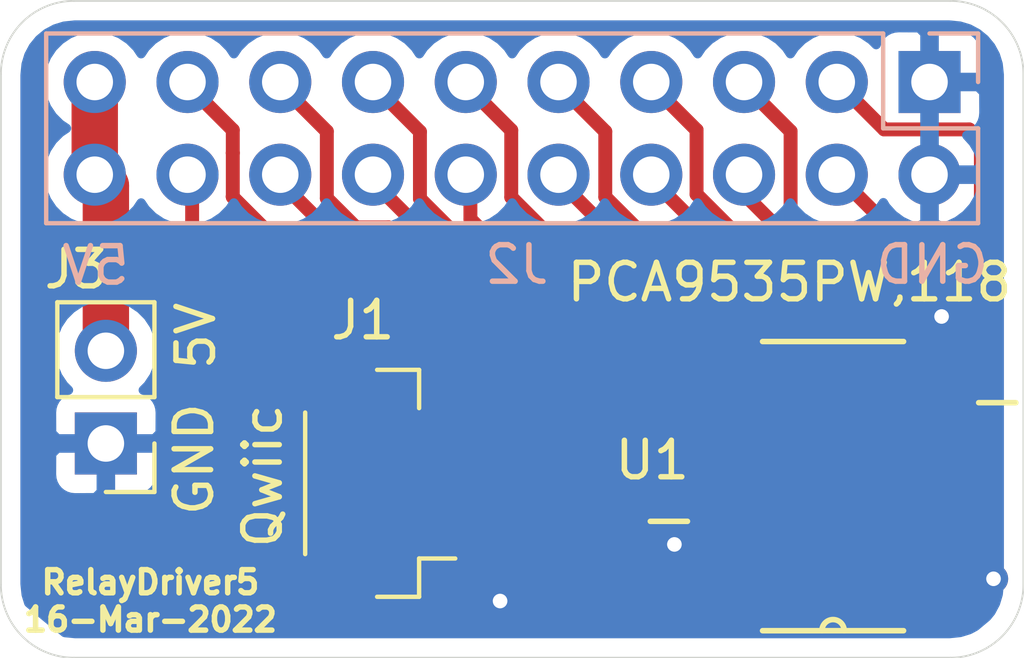
<source format=kicad_pcb>
(kicad_pcb (version 20171130) (host pcbnew "(5.1.12)-1")

  (general
    (thickness 1.6)
    (drawings 13)
    (tracks 133)
    (zones 0)
    (modules 4)
    (nets 23)
  )

  (page A4)
  (layers
    (0 F.Cu signal)
    (31 B.Cu signal)
    (32 B.Adhes user)
    (33 F.Adhes user)
    (34 B.Paste user)
    (35 F.Paste user)
    (36 B.SilkS user)
    (37 F.SilkS user)
    (38 B.Mask user)
    (39 F.Mask user)
    (40 Dwgs.User user)
    (41 Cmts.User user)
    (42 Eco1.User user)
    (43 Eco2.User user)
    (44 Edge.Cuts user)
    (45 Margin user)
    (46 B.CrtYd user)
    (47 F.CrtYd user)
    (48 B.Fab user)
    (49 F.Fab user)
  )

  (setup
    (last_trace_width 0.381)
    (user_trace_width 1.27)
    (trace_clearance 0.2)
    (zone_clearance 0.508)
    (zone_45_only no)
    (trace_min 0.2)
    (via_size 0.8)
    (via_drill 0.4)
    (via_min_size 0.4)
    (via_min_drill 0.3)
    (uvia_size 0.3)
    (uvia_drill 0.1)
    (uvias_allowed no)
    (uvia_min_size 0.2)
    (uvia_min_drill 0.1)
    (edge_width 0.05)
    (segment_width 0.2)
    (pcb_text_width 0.3)
    (pcb_text_size 1.5 1.5)
    (mod_edge_width 0.12)
    (mod_text_size 1 1)
    (mod_text_width 0.15)
    (pad_size 1.524 1.524)
    (pad_drill 0.762)
    (pad_to_mask_clearance 0)
    (aux_axis_origin 0 0)
    (visible_elements 7FFFFFFF)
    (pcbplotparams
      (layerselection 0x010fc_ffffffff)
      (usegerberextensions false)
      (usegerberattributes true)
      (usegerberadvancedattributes true)
      (creategerberjobfile true)
      (excludeedgelayer true)
      (linewidth 0.100000)
      (plotframeref false)
      (viasonmask false)
      (mode 1)
      (useauxorigin false)
      (hpglpennumber 1)
      (hpglpenspeed 20)
      (hpglpendiameter 15.000000)
      (psnegative false)
      (psa4output false)
      (plotreference true)
      (plotvalue true)
      (plotinvisibletext false)
      (padsonsilk false)
      (subtractmaskfromsilk false)
      (outputformat 1)
      (mirror false)
      (drillshape 0)
      (scaleselection 1)
      (outputdirectory "fab/gerbers/"))
  )

  (net 0 "")
  (net 1 GND)
  (net 2 "Net-(J1-Pad4)")
  (net 3 "Net-(J1-Pad3)")
  (net 4 "Net-(J1-Pad2)")
  (net 5 "Net-(J2-Pad19)")
  (net 6 "Net-(J2-Pad18)")
  (net 7 "Net-(J2-Pad17)")
  (net 8 "Net-(J2-Pad16)")
  (net 9 "Net-(J2-Pad15)")
  (net 10 "Net-(J2-Pad14)")
  (net 11 "Net-(J2-Pad13)")
  (net 12 "Net-(J2-Pad12)")
  (net 13 "Net-(J2-Pad11)")
  (net 14 "Net-(J2-Pad10)")
  (net 15 "Net-(J2-Pad9)")
  (net 16 "Net-(J2-Pad8)")
  (net 17 "Net-(J2-Pad7)")
  (net 18 "Net-(J2-Pad6)")
  (net 19 "Net-(J2-Pad5)")
  (net 20 "Net-(J2-Pad4)")
  (net 21 "Net-(J2-Pad3)")
  (net 22 "Net-(U1-Pad1)")

  (net_class Default "This is the default net class."
    (clearance 0.2)
    (trace_width 0.381)
    (via_dia 0.8)
    (via_drill 0.4)
    (uvia_dia 0.3)
    (uvia_drill 0.1)
    (add_net GND)
    (add_net "Net-(J1-Pad2)")
    (add_net "Net-(J1-Pad3)")
    (add_net "Net-(J1-Pad4)")
    (add_net "Net-(J2-Pad10)")
    (add_net "Net-(J2-Pad11)")
    (add_net "Net-(J2-Pad12)")
    (add_net "Net-(J2-Pad13)")
    (add_net "Net-(J2-Pad14)")
    (add_net "Net-(J2-Pad15)")
    (add_net "Net-(J2-Pad16)")
    (add_net "Net-(J2-Pad17)")
    (add_net "Net-(J2-Pad18)")
    (add_net "Net-(J2-Pad19)")
    (add_net "Net-(J2-Pad3)")
    (add_net "Net-(J2-Pad4)")
    (add_net "Net-(J2-Pad5)")
    (add_net "Net-(J2-Pad6)")
    (add_net "Net-(J2-Pad7)")
    (add_net "Net-(J2-Pad8)")
    (add_net "Net-(J2-Pad9)")
    (add_net "Net-(U1-Pad1)")
  )

  (module Connector_PinHeader_2.54mm:PinHeader_1x02_P2.54mm_Vertical (layer F.Cu) (tedit 59FED5CC) (tstamp 623355E0)
    (at 61.8744 62.1284 180)
    (descr "Through hole straight pin header, 1x02, 2.54mm pitch, single row")
    (tags "Through hole pin header THT 1x02 2.54mm single row")
    (path /6245ABA3)
    (fp_text reference J3 (at 0.8128 4.7752) (layer F.SilkS)
      (effects (font (size 1 1) (thickness 0.15)))
    )
    (fp_text value " " (at -4.064 -1.5494 90) (layer F.Fab) hide
      (effects (font (size 1 1) (thickness 0.15)))
    )
    (fp_line (start 1.8 -1.8) (end -1.8 -1.8) (layer F.CrtYd) (width 0.05))
    (fp_line (start 1.8 4.35) (end 1.8 -1.8) (layer F.CrtYd) (width 0.05))
    (fp_line (start -1.8 4.35) (end 1.8 4.35) (layer F.CrtYd) (width 0.05))
    (fp_line (start -1.8 -1.8) (end -1.8 4.35) (layer F.CrtYd) (width 0.05))
    (fp_line (start -1.33 -1.33) (end 0 -1.33) (layer F.SilkS) (width 0.12))
    (fp_line (start -1.33 0) (end -1.33 -1.33) (layer F.SilkS) (width 0.12))
    (fp_line (start -1.33 1.27) (end 1.33 1.27) (layer F.SilkS) (width 0.12))
    (fp_line (start 1.33 1.27) (end 1.33 3.87) (layer F.SilkS) (width 0.12))
    (fp_line (start -1.33 1.27) (end -1.33 3.87) (layer F.SilkS) (width 0.12))
    (fp_line (start -1.33 3.87) (end 1.33 3.87) (layer F.SilkS) (width 0.12))
    (fp_line (start -1.27 -0.635) (end -0.635 -1.27) (layer F.Fab) (width 0.1))
    (fp_line (start -1.27 3.81) (end -1.27 -0.635) (layer F.Fab) (width 0.1))
    (fp_line (start 1.27 3.81) (end -1.27 3.81) (layer F.Fab) (width 0.1))
    (fp_line (start 1.27 -1.27) (end 1.27 3.81) (layer F.Fab) (width 0.1))
    (fp_line (start -0.635 -1.27) (end 1.27 -1.27) (layer F.Fab) (width 0.1))
    (fp_text user %R (at 0 1.27 90) (layer F.Fab)
      (effects (font (size 1 1) (thickness 0.15)))
    )
    (pad 2 thru_hole oval (at 0 2.54 180) (size 1.7 1.7) (drill 1) (layers *.Cu *.Mask)
      (net 5 "Net-(J2-Pad19)"))
    (pad 1 thru_hole rect (at 0 0 180) (size 1.7 1.7) (drill 1) (layers *.Cu *.Mask)
      (net 1 GND))
    (model ${KISYS3DMOD}/Connector_PinHeader_2.54mm.3dshapes/PinHeader_1x02_P2.54mm_Vertical.wrl
      (at (xyz 0 0 0))
      (scale (xyz 1 1 1))
      (rotate (xyz 0 0 0))
    )
  )

  (module MyFootprints:SOP65P640X110-24N (layer F.Cu) (tedit 623264C3) (tstamp 623325B4)
    (at 81.788 63.2968 180)
    (path /62332435)
    (fp_text reference U1 (at 4.953 0.7112) (layer F.SilkS)
      (effects (font (size 1 1) (thickness 0.15)))
    )
    (fp_text value PCA9535PW,118 (at 1.1938 5.588) (layer F.SilkS)
      (effects (font (size 1 1) (thickness 0.15)))
    )
    (fp_line (start -2.2606 -3.9624) (end -2.2606 3.9624) (layer F.Fab) (width 0.1))
    (fp_line (start -0.3048 -3.9624) (end -2.2606 -3.9624) (layer F.Fab) (width 0.1))
    (fp_line (start 0.3048 -3.9624) (end -0.3048 -3.9624) (layer F.Fab) (width 0.1))
    (fp_line (start 2.2606 -3.9624) (end 0.3048 -3.9624) (layer F.Fab) (width 0.1))
    (fp_line (start 2.2606 3.9624) (end 2.2606 -3.9624) (layer F.Fab) (width 0.1))
    (fp_line (start -2.2606 3.9624) (end 2.2606 3.9624) (layer F.Fab) (width 0.1))
    (fp_line (start 3.302 -3.7338) (end 2.2606 -3.7338) (layer F.Fab) (width 0.1))
    (fp_line (start 3.302 -3.429) (end 3.302 -3.7338) (layer F.Fab) (width 0.1))
    (fp_line (start 2.2606 -3.429) (end 3.302 -3.429) (layer F.Fab) (width 0.1))
    (fp_line (start 2.2606 -3.7338) (end 2.2606 -3.429) (layer F.Fab) (width 0.1))
    (fp_line (start 3.302 -3.0734) (end 2.2606 -3.0734) (layer F.Fab) (width 0.1))
    (fp_line (start 3.302 -2.7686) (end 3.302 -3.0734) (layer F.Fab) (width 0.1))
    (fp_line (start 2.2606 -2.7686) (end 3.302 -2.7686) (layer F.Fab) (width 0.1))
    (fp_line (start 2.2606 -3.0734) (end 2.2606 -2.7686) (layer F.Fab) (width 0.1))
    (fp_line (start 3.302 -2.4384) (end 2.2606 -2.4384) (layer F.Fab) (width 0.1))
    (fp_line (start 3.302 -2.1336) (end 3.302 -2.4384) (layer F.Fab) (width 0.1))
    (fp_line (start 2.2606 -2.1336) (end 3.302 -2.1336) (layer F.Fab) (width 0.1))
    (fp_line (start 2.2606 -2.4384) (end 2.2606 -2.1336) (layer F.Fab) (width 0.1))
    (fp_line (start 3.302 -1.778) (end 2.2606 -1.778) (layer F.Fab) (width 0.1))
    (fp_line (start 3.302 -1.4732) (end 3.302 -1.778) (layer F.Fab) (width 0.1))
    (fp_line (start 2.2606 -1.4732) (end 3.302 -1.4732) (layer F.Fab) (width 0.1))
    (fp_line (start 2.2606 -1.778) (end 2.2606 -1.4732) (layer F.Fab) (width 0.1))
    (fp_line (start 3.302 -1.1176) (end 2.2606 -1.1176) (layer F.Fab) (width 0.1))
    (fp_line (start 3.302 -0.8128) (end 3.302 -1.1176) (layer F.Fab) (width 0.1))
    (fp_line (start 2.2606 -0.8128) (end 3.302 -0.8128) (layer F.Fab) (width 0.1))
    (fp_line (start 2.2606 -1.1176) (end 2.2606 -0.8128) (layer F.Fab) (width 0.1))
    (fp_line (start 3.302 -0.4826) (end 2.2606 -0.4826) (layer F.Fab) (width 0.1))
    (fp_line (start 3.302 -0.1778) (end 3.302 -0.4826) (layer F.Fab) (width 0.1))
    (fp_line (start 2.2606 -0.1778) (end 3.302 -0.1778) (layer F.Fab) (width 0.1))
    (fp_line (start 2.2606 -0.4826) (end 2.2606 -0.1778) (layer F.Fab) (width 0.1))
    (fp_line (start 3.302 0.1778) (end 2.2606 0.1778) (layer F.Fab) (width 0.1))
    (fp_line (start 3.302 0.4826) (end 3.302 0.1778) (layer F.Fab) (width 0.1))
    (fp_line (start 2.2606 0.4826) (end 3.302 0.4826) (layer F.Fab) (width 0.1))
    (fp_line (start 2.2606 0.1778) (end 2.2606 0.4826) (layer F.Fab) (width 0.1))
    (fp_line (start 3.302 0.8128) (end 2.2606 0.8128) (layer F.Fab) (width 0.1))
    (fp_line (start 3.302 1.1176) (end 3.302 0.8128) (layer F.Fab) (width 0.1))
    (fp_line (start 2.2606 1.1176) (end 3.302 1.1176) (layer F.Fab) (width 0.1))
    (fp_line (start 2.2606 0.8128) (end 2.2606 1.1176) (layer F.Fab) (width 0.1))
    (fp_line (start 3.302 1.4732) (end 2.2606 1.4732) (layer F.Fab) (width 0.1))
    (fp_line (start 3.302 1.778) (end 3.302 1.4732) (layer F.Fab) (width 0.1))
    (fp_line (start 2.2606 1.778) (end 3.302 1.778) (layer F.Fab) (width 0.1))
    (fp_line (start 2.2606 1.4732) (end 2.2606 1.778) (layer F.Fab) (width 0.1))
    (fp_line (start 3.302 2.1336) (end 2.2606 2.1336) (layer F.Fab) (width 0.1))
    (fp_line (start 3.302 2.4384) (end 3.302 2.1336) (layer F.Fab) (width 0.1))
    (fp_line (start 2.2606 2.4384) (end 3.302 2.4384) (layer F.Fab) (width 0.1))
    (fp_line (start 2.2606 2.1336) (end 2.2606 2.4384) (layer F.Fab) (width 0.1))
    (fp_line (start 3.302 2.7686) (end 2.2606 2.7686) (layer F.Fab) (width 0.1))
    (fp_line (start 3.302 3.0734) (end 3.302 2.7686) (layer F.Fab) (width 0.1))
    (fp_line (start 2.2606 3.0734) (end 3.302 3.0734) (layer F.Fab) (width 0.1))
    (fp_line (start 2.2606 2.7686) (end 2.2606 3.0734) (layer F.Fab) (width 0.1))
    (fp_line (start 3.302 3.429) (end 2.2606 3.429) (layer F.Fab) (width 0.1))
    (fp_line (start 3.302 3.7338) (end 3.302 3.429) (layer F.Fab) (width 0.1))
    (fp_line (start 2.2606 3.7338) (end 3.302 3.7338) (layer F.Fab) (width 0.1))
    (fp_line (start 2.2606 3.429) (end 2.2606 3.7338) (layer F.Fab) (width 0.1))
    (fp_line (start -3.302 3.7338) (end -2.2606 3.7338) (layer F.Fab) (width 0.1))
    (fp_line (start -3.302 3.429) (end -3.302 3.7338) (layer F.Fab) (width 0.1))
    (fp_line (start -2.2606 3.429) (end -3.302 3.429) (layer F.Fab) (width 0.1))
    (fp_line (start -2.2606 3.7338) (end -2.2606 3.429) (layer F.Fab) (width 0.1))
    (fp_line (start -3.302 3.0734) (end -2.2606 3.0734) (layer F.Fab) (width 0.1))
    (fp_line (start -3.302 2.7686) (end -3.302 3.0734) (layer F.Fab) (width 0.1))
    (fp_line (start -2.2606 2.7686) (end -3.302 2.7686) (layer F.Fab) (width 0.1))
    (fp_line (start -2.2606 3.0734) (end -2.2606 2.7686) (layer F.Fab) (width 0.1))
    (fp_line (start -3.302 2.4384) (end -2.2606 2.4384) (layer F.Fab) (width 0.1))
    (fp_line (start -3.302 2.1336) (end -3.302 2.4384) (layer F.Fab) (width 0.1))
    (fp_line (start -2.2606 2.1336) (end -3.302 2.1336) (layer F.Fab) (width 0.1))
    (fp_line (start -2.2606 2.4384) (end -2.2606 2.1336) (layer F.Fab) (width 0.1))
    (fp_line (start -3.302 1.778) (end -2.2606 1.778) (layer F.Fab) (width 0.1))
    (fp_line (start -3.302 1.4732) (end -3.302 1.778) (layer F.Fab) (width 0.1))
    (fp_line (start -2.2606 1.4732) (end -3.302 1.4732) (layer F.Fab) (width 0.1))
    (fp_line (start -2.2606 1.778) (end -2.2606 1.4732) (layer F.Fab) (width 0.1))
    (fp_line (start -3.302 1.1176) (end -2.2606 1.1176) (layer F.Fab) (width 0.1))
    (fp_line (start -3.302 0.8128) (end -3.302 1.1176) (layer F.Fab) (width 0.1))
    (fp_line (start -2.2606 0.8128) (end -3.302 0.8128) (layer F.Fab) (width 0.1))
    (fp_line (start -2.2606 1.1176) (end -2.2606 0.8128) (layer F.Fab) (width 0.1))
    (fp_line (start -3.302 0.4826) (end -2.2606 0.4826) (layer F.Fab) (width 0.1))
    (fp_line (start -3.302 0.1778) (end -3.302 0.4826) (layer F.Fab) (width 0.1))
    (fp_line (start -2.2606 0.1778) (end -3.302 0.1778) (layer F.Fab) (width 0.1))
    (fp_line (start -2.2606 0.4826) (end -2.2606 0.1778) (layer F.Fab) (width 0.1))
    (fp_line (start -3.302 -0.1778) (end -2.2606 -0.1778) (layer F.Fab) (width 0.1))
    (fp_line (start -3.302 -0.4826) (end -3.302 -0.1778) (layer F.Fab) (width 0.1))
    (fp_line (start -2.2606 -0.4826) (end -3.302 -0.4826) (layer F.Fab) (width 0.1))
    (fp_line (start -2.2606 -0.1778) (end -2.2606 -0.4826) (layer F.Fab) (width 0.1))
    (fp_line (start -3.302 -0.8128) (end -2.2606 -0.8128) (layer F.Fab) (width 0.1))
    (fp_line (start -3.302 -1.1176) (end -3.302 -0.8128) (layer F.Fab) (width 0.1))
    (fp_line (start -2.2606 -1.1176) (end -3.302 -1.1176) (layer F.Fab) (width 0.1))
    (fp_line (start -2.2606 -0.8128) (end -2.2606 -1.1176) (layer F.Fab) (width 0.1))
    (fp_line (start -3.302 -1.4732) (end -2.2606 -1.4732) (layer F.Fab) (width 0.1))
    (fp_line (start -3.302 -1.778) (end -3.302 -1.4732) (layer F.Fab) (width 0.1))
    (fp_line (start -2.2606 -1.778) (end -3.302 -1.778) (layer F.Fab) (width 0.1))
    (fp_line (start -2.2606 -1.4732) (end -2.2606 -1.778) (layer F.Fab) (width 0.1))
    (fp_line (start -3.302 -2.1336) (end -2.2606 -2.1336) (layer F.Fab) (width 0.1))
    (fp_line (start -3.302 -2.4384) (end -3.302 -2.1336) (layer F.Fab) (width 0.1))
    (fp_line (start -2.2606 -2.4384) (end -3.302 -2.4384) (layer F.Fab) (width 0.1))
    (fp_line (start -2.2606 -2.1336) (end -2.2606 -2.4384) (layer F.Fab) (width 0.1))
    (fp_line (start -3.302 -2.7686) (end -2.2606 -2.7686) (layer F.Fab) (width 0.1))
    (fp_line (start -3.302 -3.0734) (end -3.302 -2.7686) (layer F.Fab) (width 0.1))
    (fp_line (start -2.2606 -3.0734) (end -3.302 -3.0734) (layer F.Fab) (width 0.1))
    (fp_line (start -2.2606 -2.7686) (end -2.2606 -3.0734) (layer F.Fab) (width 0.1))
    (fp_line (start -3.302 -3.429) (end -2.2606 -3.429) (layer F.Fab) (width 0.1))
    (fp_line (start -3.302 -3.7338) (end -3.302 -3.429) (layer F.Fab) (width 0.1))
    (fp_line (start -2.2606 -3.7338) (end -3.302 -3.7338) (layer F.Fab) (width 0.1))
    (fp_line (start -2.2606 -3.429) (end -2.2606 -3.7338) (layer F.Fab) (width 0.1))
    (fp_line (start -0.3048 -3.9624) (end -1.9304 -3.9624) (layer F.SilkS) (width 0.1524))
    (fp_line (start 0.3048 -3.9624) (end -0.3048 -3.9624) (layer F.SilkS) (width 0.1524))
    (fp_line (start 1.9304 -3.9624) (end 0.3048 -3.9624) (layer F.SilkS) (width 0.1524))
    (fp_line (start -1.9304 3.9624) (end 1.9304 3.9624) (layer F.SilkS) (width 0.1524))
    (fp_line (start 3.9878 -0.9652) (end 5.0038 -0.9652) (layer F.SilkS) (width 0.1524))
    (fp_line (start -5.0038 2.286) (end -3.9878 2.286) (layer F.SilkS) (width 0.1524))
    (fp_arc (start 0 -3.9624) (end -0.3048 -3.9624) (angle -180) (layer F.Fab) (width 0.1))
    (fp_arc (start 0 -3.9624) (end -0.3048 -3.9624) (angle -180) (layer F.SilkS) (width 0.1524))
    (pad 24 smd rect (at 2.921 -3.5814 180) (size 1.4732 0.3556) (layers F.Cu F.Paste F.Mask)
      (net 4 "Net-(J1-Pad2)"))
    (pad 23 smd rect (at 2.921 -2.921 180) (size 1.4732 0.3556) (layers F.Cu F.Paste F.Mask)
      (net 3 "Net-(J1-Pad3)"))
    (pad 22 smd rect (at 2.921 -2.286 180) (size 1.4732 0.3556) (layers F.Cu F.Paste F.Mask)
      (net 2 "Net-(J1-Pad4)"))
    (pad 21 smd rect (at 2.921 -1.6256 180) (size 1.4732 0.3556) (layers F.Cu F.Paste F.Mask)
      (net 1 GND))
    (pad 20 smd rect (at 2.921 -0.9652 180) (size 1.4732 0.3556) (layers F.Cu F.Paste F.Mask)
      (net 6 "Net-(J2-Pad18)"))
    (pad 19 smd rect (at 2.921 -0.3302 180) (size 1.4732 0.3556) (layers F.Cu F.Paste F.Mask)
      (net 7 "Net-(J2-Pad17)"))
    (pad 18 smd rect (at 2.921 0.3302 180) (size 1.4732 0.3556) (layers F.Cu F.Paste F.Mask)
      (net 8 "Net-(J2-Pad16)"))
    (pad 17 smd rect (at 2.921 0.9652 180) (size 1.4732 0.3556) (layers F.Cu F.Paste F.Mask)
      (net 9 "Net-(J2-Pad15)"))
    (pad 16 smd rect (at 2.921 1.6256 180) (size 1.4732 0.3556) (layers F.Cu F.Paste F.Mask)
      (net 10 "Net-(J2-Pad14)"))
    (pad 15 smd rect (at 2.921 2.286 180) (size 1.4732 0.3556) (layers F.Cu F.Paste F.Mask)
      (net 11 "Net-(J2-Pad13)"))
    (pad 14 smd rect (at 2.921 2.921 180) (size 1.4732 0.3556) (layers F.Cu F.Paste F.Mask)
      (net 12 "Net-(J2-Pad12)"))
    (pad 13 smd rect (at 2.921 3.5814 180) (size 1.4732 0.3556) (layers F.Cu F.Paste F.Mask)
      (net 13 "Net-(J2-Pad11)"))
    (pad 12 smd rect (at -2.921 3.5814 180) (size 1.4732 0.3556) (layers F.Cu F.Paste F.Mask)
      (net 1 GND))
    (pad 11 smd rect (at -2.921 2.921 180) (size 1.4732 0.3556) (layers F.Cu F.Paste F.Mask)
      (net 21 "Net-(J2-Pad3)"))
    (pad 10 smd rect (at -2.921 2.286 180) (size 1.4732 0.3556) (layers F.Cu F.Paste F.Mask)
      (net 20 "Net-(J2-Pad4)"))
    (pad 9 smd rect (at -2.921 1.6256 180) (size 1.4732 0.3556) (layers F.Cu F.Paste F.Mask)
      (net 19 "Net-(J2-Pad5)"))
    (pad 8 smd rect (at -2.921 0.9652 180) (size 1.4732 0.3556) (layers F.Cu F.Paste F.Mask)
      (net 18 "Net-(J2-Pad6)"))
    (pad 7 smd rect (at -2.921 0.3302 180) (size 1.4732 0.3556) (layers F.Cu F.Paste F.Mask)
      (net 17 "Net-(J2-Pad7)"))
    (pad 6 smd rect (at -2.921 -0.3302 180) (size 1.4732 0.3556) (layers F.Cu F.Paste F.Mask)
      (net 16 "Net-(J2-Pad8)"))
    (pad 5 smd rect (at -2.921 -0.9652 180) (size 1.4732 0.3556) (layers F.Cu F.Paste F.Mask)
      (net 15 "Net-(J2-Pad9)"))
    (pad 4 smd rect (at -2.921 -1.6256 180) (size 1.4732 0.3556) (layers F.Cu F.Paste F.Mask)
      (net 14 "Net-(J2-Pad10)"))
    (pad 3 smd rect (at -2.921 -2.286 180) (size 1.4732 0.3556) (layers F.Cu F.Paste F.Mask)
      (net 1 GND))
    (pad 2 smd rect (at -2.921 -2.921 180) (size 1.4732 0.3556) (layers F.Cu F.Paste F.Mask)
      (net 1 GND))
    (pad 1 smd rect (at -2.921 -3.5814 180) (size 1.4732 0.3556) (layers F.Cu F.Paste F.Mask)
      (net 22 "Net-(U1-Pad1)"))
  )

  (module Connector_PinSocket_2.54mm:PinSocket_2x10_P2.54mm_Vertical (layer B.Cu) (tedit 5A19A427) (tstamp 6233251C)
    (at 84.4296 52.2224 90)
    (descr "Through hole straight socket strip, 2x10, 2.54mm pitch, double cols (from Kicad 4.0.7), script generated")
    (tags "Through hole socket strip THT 2x10 2.54mm double row")
    (path /623289FA)
    (fp_text reference J2 (at -5.0038 -11.303 -180) (layer B.SilkS)
      (effects (font (size 1 1) (thickness 0.15)) (justify mirror))
    )
    (fp_text value " " (at -1.27 -25.63 270) (layer B.Fab) hide
      (effects (font (size 1 1) (thickness 0.15)) (justify mirror))
    )
    (fp_line (start -4.34 -24.6) (end -4.34 1.8) (layer B.CrtYd) (width 0.05))
    (fp_line (start 1.76 -24.6) (end -4.34 -24.6) (layer B.CrtYd) (width 0.05))
    (fp_line (start 1.76 1.8) (end 1.76 -24.6) (layer B.CrtYd) (width 0.05))
    (fp_line (start -4.34 1.8) (end 1.76 1.8) (layer B.CrtYd) (width 0.05))
    (fp_line (start 0 1.33) (end 1.33 1.33) (layer B.SilkS) (width 0.12))
    (fp_line (start 1.33 1.33) (end 1.33 0) (layer B.SilkS) (width 0.12))
    (fp_line (start -1.27 1.33) (end -1.27 -1.27) (layer B.SilkS) (width 0.12))
    (fp_line (start -1.27 -1.27) (end 1.33 -1.27) (layer B.SilkS) (width 0.12))
    (fp_line (start 1.33 -1.27) (end 1.33 -24.19) (layer B.SilkS) (width 0.12))
    (fp_line (start -3.87 -24.19) (end 1.33 -24.19) (layer B.SilkS) (width 0.12))
    (fp_line (start -3.87 1.33) (end -3.87 -24.19) (layer B.SilkS) (width 0.12))
    (fp_line (start -3.87 1.33) (end -1.27 1.33) (layer B.SilkS) (width 0.12))
    (fp_line (start -3.81 -24.13) (end -3.81 1.27) (layer B.Fab) (width 0.1))
    (fp_line (start 1.27 -24.13) (end -3.81 -24.13) (layer B.Fab) (width 0.1))
    (fp_line (start 1.27 0.27) (end 1.27 -24.13) (layer B.Fab) (width 0.1))
    (fp_line (start 0.27 1.27) (end 1.27 0.27) (layer B.Fab) (width 0.1))
    (fp_line (start -3.81 1.27) (end 0.27 1.27) (layer B.Fab) (width 0.1))
    (fp_text user %R (at -1.27 -11.43) (layer B.Fab)
      (effects (font (size 1 1) (thickness 0.15)) (justify mirror))
    )
    (pad 20 thru_hole oval (at -2.54 -22.86 90) (size 1.7 1.7) (drill 1) (layers *.Cu *.Mask)
      (net 5 "Net-(J2-Pad19)"))
    (pad 19 thru_hole oval (at 0 -22.86 90) (size 1.7 1.7) (drill 1) (layers *.Cu *.Mask)
      (net 5 "Net-(J2-Pad19)"))
    (pad 18 thru_hole oval (at -2.54 -20.32 90) (size 1.7 1.7) (drill 1) (layers *.Cu *.Mask)
      (net 6 "Net-(J2-Pad18)"))
    (pad 17 thru_hole oval (at 0 -20.32 90) (size 1.7 1.7) (drill 1) (layers *.Cu *.Mask)
      (net 7 "Net-(J2-Pad17)"))
    (pad 16 thru_hole oval (at -2.54 -17.78 90) (size 1.7 1.7) (drill 1) (layers *.Cu *.Mask)
      (net 8 "Net-(J2-Pad16)"))
    (pad 15 thru_hole oval (at 0 -17.78 90) (size 1.7 1.7) (drill 1) (layers *.Cu *.Mask)
      (net 9 "Net-(J2-Pad15)"))
    (pad 14 thru_hole oval (at -2.54 -15.24 90) (size 1.7 1.7) (drill 1) (layers *.Cu *.Mask)
      (net 10 "Net-(J2-Pad14)"))
    (pad 13 thru_hole oval (at 0 -15.24 90) (size 1.7 1.7) (drill 1) (layers *.Cu *.Mask)
      (net 11 "Net-(J2-Pad13)"))
    (pad 12 thru_hole oval (at -2.54 -12.7 90) (size 1.7 1.7) (drill 1) (layers *.Cu *.Mask)
      (net 12 "Net-(J2-Pad12)"))
    (pad 11 thru_hole oval (at 0 -12.7 90) (size 1.7 1.7) (drill 1) (layers *.Cu *.Mask)
      (net 13 "Net-(J2-Pad11)"))
    (pad 10 thru_hole oval (at -2.54 -10.16 90) (size 1.7 1.7) (drill 1) (layers *.Cu *.Mask)
      (net 14 "Net-(J2-Pad10)"))
    (pad 9 thru_hole oval (at 0 -10.16 90) (size 1.7 1.7) (drill 1) (layers *.Cu *.Mask)
      (net 15 "Net-(J2-Pad9)"))
    (pad 8 thru_hole oval (at -2.54 -7.62 90) (size 1.7 1.7) (drill 1) (layers *.Cu *.Mask)
      (net 16 "Net-(J2-Pad8)"))
    (pad 7 thru_hole oval (at 0 -7.62 90) (size 1.7 1.7) (drill 1) (layers *.Cu *.Mask)
      (net 17 "Net-(J2-Pad7)"))
    (pad 6 thru_hole oval (at -2.54 -5.08 90) (size 1.7 1.7) (drill 1) (layers *.Cu *.Mask)
      (net 18 "Net-(J2-Pad6)"))
    (pad 5 thru_hole oval (at 0 -5.08 90) (size 1.7 1.7) (drill 1) (layers *.Cu *.Mask)
      (net 19 "Net-(J2-Pad5)"))
    (pad 4 thru_hole oval (at -2.54 -2.54 90) (size 1.7 1.7) (drill 1) (layers *.Cu *.Mask)
      (net 20 "Net-(J2-Pad4)"))
    (pad 3 thru_hole oval (at 0 -2.54 90) (size 1.7 1.7) (drill 1) (layers *.Cu *.Mask)
      (net 21 "Net-(J2-Pad3)"))
    (pad 2 thru_hole oval (at -2.54 0 90) (size 1.7 1.7) (drill 1) (layers *.Cu *.Mask)
      (net 1 GND))
    (pad 1 thru_hole rect (at 0 0 90) (size 1.7 1.7) (drill 1) (layers *.Cu *.Mask)
      (net 1 GND))
    (model ${KISYS3DMOD}/Connector_PinSocket_2.54mm.3dshapes/PinSocket_2x10_P2.54mm_Vertical.wrl
      (at (xyz 0 0 0))
      (scale (xyz 1 1 1))
      (rotate (xyz 0 0 0))
    )
  )

  (module MyFootprints:Qwic_vertical (layer F.Cu) (tedit 61BBDD16) (tstamp 623324F2)
    (at 69.342 63.2206 90)
    (descr "JST SH series connector, BM04B-SRSS-TB (http://www.jst-mfg.com/product/pdf/eng/eSH.pdf), generated with kicad-footprint-generator")
    (tags "connector JST SH side entry")
    (path /623E2EE1)
    (attr smd)
    (fp_text reference J1 (at 4.4704 -0.4318 180) (layer F.SilkS)
      (effects (font (size 1 1) (thickness 0.15)))
    )
    (fp_text value Qwiic (at 0.2032 -3.175 270) (layer F.SilkS)
      (effects (font (size 1 1) (thickness 0.15)))
    )
    (fp_line (start -1.5 0.292893) (end -1 1) (layer F.Fab) (width 0.1))
    (fp_line (start -2 1) (end -1.5 0.292893) (layer F.Fab) (width 0.1))
    (fp_line (start 3.9 -2.6) (end -3.9 -2.6) (layer F.CrtYd) (width 0.05))
    (fp_line (start 3.9 2.6) (end 3.9 -2.6) (layer F.CrtYd) (width 0.05))
    (fp_line (start -3.9 2.6) (end 3.9 2.6) (layer F.CrtYd) (width 0.05))
    (fp_line (start -3.9 -2.6) (end -3.9 2.6) (layer F.CrtYd) (width 0.05))
    (fp_line (start 1.65 -1.55) (end 1.35 -1.55) (layer F.Fab) (width 0.1))
    (fp_line (start 1.65 -0.95) (end 1.65 -1.55) (layer F.Fab) (width 0.1))
    (fp_line (start 1.35 -0.95) (end 1.65 -0.95) (layer F.Fab) (width 0.1))
    (fp_line (start 1.35 -1.55) (end 1.35 -0.95) (layer F.Fab) (width 0.1))
    (fp_line (start 0.65 -1.55) (end 0.35 -1.55) (layer F.Fab) (width 0.1))
    (fp_line (start 0.65 -0.95) (end 0.65 -1.55) (layer F.Fab) (width 0.1))
    (fp_line (start 0.35 -0.95) (end 0.65 -0.95) (layer F.Fab) (width 0.1))
    (fp_line (start 0.35 -1.55) (end 0.35 -0.95) (layer F.Fab) (width 0.1))
    (fp_line (start -0.35 -1.55) (end -0.65 -1.55) (layer F.Fab) (width 0.1))
    (fp_line (start -0.35 -0.95) (end -0.35 -1.55) (layer F.Fab) (width 0.1))
    (fp_line (start -0.65 -0.95) (end -0.35 -0.95) (layer F.Fab) (width 0.1))
    (fp_line (start -0.65 -1.55) (end -0.65 -0.95) (layer F.Fab) (width 0.1))
    (fp_line (start -1.35 -1.55) (end -1.65 -1.55) (layer F.Fab) (width 0.1))
    (fp_line (start -1.35 -0.95) (end -1.35 -1.55) (layer F.Fab) (width 0.1))
    (fp_line (start -1.65 -0.95) (end -1.35 -0.95) (layer F.Fab) (width 0.1))
    (fp_line (start -1.65 -1.55) (end -1.65 -0.95) (layer F.Fab) (width 0.1))
    (fp_line (start 3 1) (end 3 -1.9) (layer F.Fab) (width 0.1))
    (fp_line (start -3 1) (end -3 -1.9) (layer F.Fab) (width 0.1))
    (fp_line (start -3 -1.9) (end 3 -1.9) (layer F.Fab) (width 0.1))
    (fp_line (start -1.94 -2.01) (end 1.94 -2.01) (layer F.SilkS) (width 0.12))
    (fp_line (start 3.11 1.11) (end 2.06 1.11) (layer F.SilkS) (width 0.12))
    (fp_line (start 3.11 -0.04) (end 3.11 1.11) (layer F.SilkS) (width 0.12))
    (fp_line (start -2.06 1.11) (end -2.06 2.1) (layer F.SilkS) (width 0.12))
    (fp_line (start -3.11 1.11) (end -2.06 1.11) (layer F.SilkS) (width 0.12))
    (fp_line (start -3.11 -0.04) (end -3.11 1.11) (layer F.SilkS) (width 0.12))
    (fp_line (start -3 1) (end 3 1) (layer F.Fab) (width 0.1))
    (fp_text user %R (at 0 -0.25 90) (layer F.Fab)
      (effects (font (size 1 1) (thickness 0.15)))
    )
    (pad MP smd roundrect (at 2.8 -1.2 90) (size 1.2 1.8) (layers F.Cu F.Paste F.Mask) (roundrect_rratio 0.2083325))
    (pad MP smd roundrect (at -2.8 -1.2 90) (size 1.2 1.8) (layers F.Cu F.Paste F.Mask) (roundrect_rratio 0.2083325))
    (pad 4 smd roundrect (at 1.5 1.325 90) (size 0.6 1.55) (layers F.Cu F.Paste F.Mask) (roundrect_rratio 0.25)
      (net 2 "Net-(J1-Pad4)"))
    (pad 3 smd roundrect (at 0.5 1.325 90) (size 0.6 1.55) (layers F.Cu F.Paste F.Mask) (roundrect_rratio 0.25)
      (net 3 "Net-(J1-Pad3)"))
    (pad 2 smd roundrect (at -0.5 1.325 90) (size 0.6 1.55) (layers F.Cu F.Paste F.Mask) (roundrect_rratio 0.25)
      (net 4 "Net-(J1-Pad2)"))
    (pad 1 smd roundrect (at -1.5 1.325 90) (size 0.6 1.55) (layers F.Cu F.Paste F.Mask) (roundrect_rratio 0.25)
      (net 1 GND))
    (model ${KISYS3DMOD}/Connector_JST.3dshapes/JST_SH_BM04B-SRSS-TB_1x04-1MP_P1.00mm_Vertical.wrl
      (at (xyz 0 0 0))
      (scale (xyz 1 1 1))
      (rotate (xyz 0 0 0))
    )
    (model ":My3d:JST_-_BM04B-SRSS-TB(LF)(SN).step"
      (at (xyz 0 0 0))
      (scale (xyz 1 1 1))
      (rotate (xyz 0 0 0))
    )
    (model "C:/Users/CoxDa/OneDrive/Kicad/My3dShapes/JST_-_BM04B-SRSS-TB(LF)(SN).step"
      (offset (xyz 0 0.5 0))
      (scale (xyz 1 1 1))
      (rotate (xyz 0 0 0))
    )
  )

  (gr_text 5V (at 61.595 57.2516) (layer B.SilkS) (tstamp 62335D55)
    (effects (font (size 1 1) (thickness 0.15)) (justify mirror))
  )
  (gr_text GND (at 84.5058 57.2262) (layer B.SilkS) (tstamp 62335D52)
    (effects (font (size 1 1) (thickness 0.15)) (justify mirror))
  )
  (gr_text 5V (at 64.3382 59.182 90) (layer F.SilkS)
    (effects (font (size 1 1) (thickness 0.15)))
  )
  (gr_text GND (at 64.2874 62.5602 90) (layer F.SilkS)
    (effects (font (size 1 1) (thickness 0.15)))
  )
  (gr_text "RelayDriver5\n16-Mar-2022\n" (at 63.0936 66.4464) (layer F.SilkS)
    (effects (font (size 0.635 0.635) (thickness 0.15)))
  )
  (gr_arc (start 85 66) (end 87 66) (angle 90) (layer Edge.Cuts) (width 0.05) (tstamp 602AA901))
  (gr_arc (start 61 66) (end 61 68) (angle 90) (layer Edge.Cuts) (width 0.05) (tstamp 602AA8FE))
  (gr_arc (start 61 52) (end 59 52) (angle 90) (layer Edge.Cuts) (width 0.05) (tstamp 602AA8F9))
  (gr_arc (start 85 52) (end 85 50) (angle 90) (layer Edge.Cuts) (width 0.05))
  (gr_line (start 85 68) (end 61 68) (layer Edge.Cuts) (width 0.05) (tstamp 602AA8B1))
  (gr_line (start 59 52) (end 59 66) (layer Edge.Cuts) (width 0.05) (tstamp 602AA854))
  (gr_line (start 85 50) (end 61 50) (layer Edge.Cuts) (width 0.05))
  (gr_line (start 87 52) (end 87 66) (layer Edge.Cuts) (width 0.05))

  (via (at 72.6694 66.4464) (size 0.8) (drill 0.4) (layers F.Cu B.Cu) (net 1))
  (via (at 84.7598 58.6486) (size 0.8) (drill 0.4) (layers F.Cu B.Cu) (net 1))
  (via (at 86.1822 65.8368) (size 0.8) (drill 0.4) (layers F.Cu B.Cu) (net 1))
  (segment (start 85.8012 66.2178) (end 86.1822 65.8368) (width 0.381) (layer F.Cu) (net 1))
  (segment (start 84.709 66.2178) (end 85.8012 66.2178) (width 0.381) (layer F.Cu) (net 1))
  (segment (start 85.9282 65.5828) (end 86.1822 65.8368) (width 0.381) (layer F.Cu) (net 1))
  (segment (start 84.709 65.5828) (end 85.9282 65.5828) (width 0.381) (layer F.Cu) (net 1))
  (segment (start 84.709 58.6994) (end 84.7598 58.6486) (width 0.381) (layer F.Cu) (net 1))
  (segment (start 84.709 59.7154) (end 84.709 58.6994) (width 0.381) (layer F.Cu) (net 1))
  (via (at 77.442991 64.894923) (size 0.8) (drill 0.4) (layers F.Cu B.Cu) (net 1))
  (segment (start 78.867 64.9224) (end 77.470468 64.9224) (width 0.381) (layer F.Cu) (net 1))
  (segment (start 77.470468 64.9224) (end 77.442991 64.894923) (width 0.381) (layer F.Cu) (net 1))
  (segment (start 70.9436 64.7206) (end 72.6694 66.4464) (width 0.381) (layer F.Cu) (net 1))
  (segment (start 70.667 64.7206) (end 70.9436 64.7206) (width 0.381) (layer F.Cu) (net 1))
  (segment (start 77.822433 65.685425) (end 75.600297 65.685425) (width 0.381) (layer F.Cu) (net 2))
  (segment (start 78.867 65.5828) (end 77.925058 65.5828) (width 0.381) (layer F.Cu) (net 2))
  (segment (start 77.925058 65.5828) (end 77.822433 65.685425) (width 0.381) (layer F.Cu) (net 2))
  (segment (start 71.635472 61.7206) (end 70.667 61.7206) (width 0.381) (layer F.Cu) (net 2))
  (segment (start 75.600297 65.685425) (end 71.635472 61.7206) (width 0.381) (layer F.Cu) (net 2))
  (segment (start 78.111731 66.2178) (end 78.063095 66.266436) (width 0.381) (layer F.Cu) (net 3))
  (segment (start 78.063095 66.266436) (end 75.359636 66.266436) (width 0.381) (layer F.Cu) (net 3))
  (segment (start 78.867 66.2178) (end 78.111731 66.2178) (width 0.381) (layer F.Cu) (net 3))
  (segment (start 71.8138 62.7206) (end 70.667 62.7206) (width 0.381) (layer F.Cu) (net 3))
  (segment (start 75.359636 66.266436) (end 71.8138 62.7206) (width 0.381) (layer F.Cu) (net 3))
  (segment (start 71.206398 63.7206) (end 70.667 63.7206) (width 0.381) (layer F.Cu) (net 4))
  (segment (start 74.363998 66.8782) (end 71.206398 63.7206) (width 0.381) (layer F.Cu) (net 4))
  (segment (start 78.867 66.8782) (end 74.363998 66.8782) (width 0.381) (layer F.Cu) (net 4))
  (segment (start 61.8744 55.0672) (end 61.5696 54.7624) (width 1.27) (layer F.Cu) (net 5))
  (segment (start 61.8744 59.5884) (end 61.8744 55.0672) (width 1.27) (layer F.Cu) (net 5))
  (segment (start 61.5696 54.7624) (end 61.5696 52.2224) (width 1.27) (layer F.Cu) (net 5))
  (segment (start 77.536054 64.074629) (end 77.577337 64.115912) (width 0.381) (layer F.Cu) (net 6))
  (segment (start 64.2366 54.9656) (end 64.2366 56.167681) (width 0.381) (layer F.Cu) (net 6))
  (segment (start 64.2366 56.167681) (end 66.018051 57.949132) (width 0.381) (layer F.Cu) (net 6))
  (segment (start 78.033792 64.262) (end 78.867 64.262) (width 0.381) (layer F.Cu) (net 6))
  (segment (start 77.887704 64.115912) (end 78.033792 64.262) (width 0.381) (layer F.Cu) (net 6))
  (segment (start 77.577337 64.115912) (end 77.887704 64.115912) (width 0.381) (layer F.Cu) (net 6))
  (segment (start 68.794932 57.949132) (end 74.920429 64.074629) (width 0.381) (layer F.Cu) (net 6))
  (segment (start 74.920429 64.074629) (end 77.536054 64.074629) (width 0.381) (layer F.Cu) (net 6))
  (segment (start 66.018051 57.949132) (end 68.794932 57.949132) (width 0.381) (layer F.Cu) (net 6))
  (segment (start 78.220465 63.627) (end 78.867 63.627) (width 0.381) (layer F.Cu) (net 7))
  (segment (start 64.2366 52.4256) (end 65.35 53.539) (width 0.381) (layer F.Cu) (net 7))
  (segment (start 65.35 54.166858) (end 65.350101 54.166959) (width 0.381) (layer F.Cu) (net 7))
  (segment (start 65.350101 54.166959) (end 65.350101 55.357841) (width 0.381) (layer F.Cu) (net 7))
  (segment (start 65.35 53.539) (end 65.35 54.166858) (width 0.381) (layer F.Cu) (net 7))
  (segment (start 69.136492 57.368122) (end 75.261988 63.493618) (width 0.381) (layer F.Cu) (net 7))
  (segment (start 65.350101 55.357841) (end 65.35 55.357942) (width 0.381) (layer F.Cu) (net 7))
  (segment (start 77.776716 63.493618) (end 77.817999 63.534901) (width 0.381) (layer F.Cu) (net 7))
  (segment (start 65.35 55.374942) (end 67.343179 57.368121) (width 0.381) (layer F.Cu) (net 7))
  (segment (start 67.343179 57.368121) (end 69.136492 57.368122) (width 0.381) (layer F.Cu) (net 7))
  (segment (start 65.35 55.357942) (end 65.35 55.374942) (width 0.381) (layer F.Cu) (net 7))
  (segment (start 75.261988 63.493618) (end 77.776716 63.493618) (width 0.381) (layer F.Cu) (net 7))
  (segment (start 77.817999 63.534901) (end 78.128367 63.534901) (width 0.381) (layer F.Cu) (net 7))
  (segment (start 78.128367 63.534901) (end 78.220465 63.627) (width 0.381) (layer F.Cu) (net 7))
  (segment (start 78.813009 62.912609) (end 78.867 62.9666) (width 0.381) (layer F.Cu) (net 8))
  (segment (start 69.377153 56.787111) (end 75.502651 62.91261) (width 0.381) (layer F.Cu) (net 8))
  (segment (start 68.480497 56.787111) (end 69.377153 56.787111) (width 0.381) (layer F.Cu) (net 8))
  (segment (start 66.7766 55.083214) (end 68.480497 56.787111) (width 0.381) (layer F.Cu) (net 8))
  (segment (start 66.7766 54.9656) (end 66.7766 55.083214) (width 0.381) (layer F.Cu) (net 8))
  (segment (start 75.502651 62.91261) (end 78.813009 62.912609) (width 0.381) (layer F.Cu) (net 8))
  (segment (start 77.7494 62.3316) (end 78.867 62.3316) (width 0.381) (layer F.Cu) (net 9))
  (segment (start 68.721159 56.206101) (end 69.617815 56.206101) (width 0.381) (layer F.Cu) (net 9))
  (segment (start 75.743313 62.3316) (end 77.7494 62.3316) (width 0.381) (layer F.Cu) (net 9))
  (segment (start 67.925 55.409942) (end 68.721159 56.206101) (width 0.381) (layer F.Cu) (net 9))
  (segment (start 67.925 53.574) (end 67.925 55.409942) (width 0.381) (layer F.Cu) (net 9))
  (segment (start 69.617815 56.206101) (end 75.743313 62.3316) (width 0.381) (layer F.Cu) (net 9))
  (segment (start 66.7766 52.4256) (end 67.925 53.574) (width 0.381) (layer F.Cu) (net 9))
  (segment (start 69.3166 55.083215) (end 75.904585 61.6712) (width 0.381) (layer F.Cu) (net 10))
  (segment (start 69.3166 54.9656) (end 69.3166 55.083215) (width 0.381) (layer F.Cu) (net 10))
  (segment (start 75.904585 61.6712) (end 78.867 61.6712) (width 0.381) (layer F.Cu) (net 10))
  (segment (start 76.065858 61.0108) (end 78.867 61.0108) (width 0.381) (layer F.Cu) (net 11))
  (segment (start 70.475 53.584) (end 70.475 55.419942) (width 0.381) (layer F.Cu) (net 11))
  (segment (start 69.3166 52.4256) (end 70.475 53.584) (width 0.381) (layer F.Cu) (net 11))
  (segment (start 70.475 55.419942) (end 76.065858 61.0108) (width 0.381) (layer F.Cu) (net 11))
  (segment (start 71.8566 55.97987) (end 76.25253 60.3758) (width 0.381) (layer F.Cu) (net 12))
  (segment (start 71.8566 54.9656) (end 71.8566 55.97987) (width 0.381) (layer F.Cu) (net 12))
  (segment (start 76.25253 60.3758) (end 78.867 60.3758) (width 0.381) (layer F.Cu) (net 12))
  (segment (start 77.310458 59.7154) (end 78.867 59.7154) (width 0.381) (layer F.Cu) (net 13))
  (segment (start 72.975 55.379942) (end 77.310458 59.7154) (width 0.381) (layer F.Cu) (net 13))
  (segment (start 72.975 53.544) (end 72.975 55.379942) (width 0.381) (layer F.Cu) (net 13))
  (segment (start 71.8566 52.4256) (end 72.975 53.544) (width 0.381) (layer F.Cu) (net 13))
  (segment (start 82.734238 64.9224) (end 84.709 64.9224) (width 0.381) (layer F.Cu) (net 14))
  (segment (start 74.3966 54.9656) (end 74.3966 55.0418) (width 0.381) (layer F.Cu) (net 14))
  (segment (start 74.3966 55.0418) (end 78.486 59.1312) (width 0.381) (layer F.Cu) (net 14))
  (segment (start 80.060801 62.248963) (end 82.734238 64.9224) (width 0.381) (layer F.Cu) (net 14))
  (segment (start 78.486 59.1312) (end 79.900102 59.1312) (width 0.381) (layer F.Cu) (net 14))
  (segment (start 79.900102 59.1312) (end 80.060801 59.291899) (width 0.381) (layer F.Cu) (net 14))
  (segment (start 80.060801 59.291899) (end 80.060801 62.248963) (width 0.381) (layer F.Cu) (net 14))
  (segment (start 80.667183 59.076608) (end 80.667183 62.033673) (width 0.381) (layer F.Cu) (net 15))
  (segment (start 80.140764 58.550189) (end 80.667183 59.076608) (width 0.381) (layer F.Cu) (net 15))
  (segment (start 78.726661 58.550189) (end 80.140764 58.550189) (width 0.381) (layer F.Cu) (net 15))
  (segment (start 80.667183 62.033673) (end 82.89551 64.262) (width 0.381) (layer F.Cu) (net 15))
  (segment (start 75.55 55.373528) (end 78.726661 58.550189) (width 0.381) (layer F.Cu) (net 15))
  (segment (start 82.89551 64.262) (end 84.709 64.262) (width 0.381) (layer F.Cu) (net 15))
  (segment (start 75.55 53.579) (end 75.55 55.373528) (width 0.381) (layer F.Cu) (net 15))
  (segment (start 74.3966 52.4256) (end 75.55 53.579) (width 0.381) (layer F.Cu) (net 15))
  (segment (start 83.082182 63.627) (end 84.709 63.627) (width 0.381) (layer F.Cu) (net 16))
  (segment (start 80.381426 57.969178) (end 81.257855 58.845607) (width 0.381) (layer F.Cu) (net 16))
  (segment (start 81.257855 61.802673) (end 83.082182 63.627) (width 0.381) (layer F.Cu) (net 16))
  (segment (start 81.257855 58.845607) (end 81.257855 61.802673) (width 0.381) (layer F.Cu) (net 16))
  (segment (start 79.898252 57.969178) (end 80.381426 57.969178) (width 0.381) (layer F.Cu) (net 16))
  (segment (start 76.9366 55.007526) (end 79.898252 57.969178) (width 0.381) (layer F.Cu) (net 16))
  (segment (start 76.9366 54.9656) (end 76.9366 55.007526) (width 0.381) (layer F.Cu) (net 16))
  (segment (start 81.838866 61.562012) (end 83.243454 62.9666) (width 0.381) (layer F.Cu) (net 17))
  (segment (start 81.838866 58.604945) (end 81.838866 61.562012) (width 0.381) (layer F.Cu) (net 17))
  (segment (start 83.243454 62.9666) (end 84.709 62.9666) (width 0.381) (layer F.Cu) (net 17))
  (segment (start 80.622088 57.388167) (end 81.838866 58.604945) (width 0.381) (layer F.Cu) (net 17))
  (segment (start 80.138913 57.388167) (end 80.622088 57.388167) (width 0.381) (layer F.Cu) (net 17))
  (segment (start 78.050101 55.299355) (end 80.138913 57.388167) (width 0.381) (layer F.Cu) (net 17))
  (segment (start 76.9366 52.4256) (end 78.05 53.539) (width 0.381) (layer F.Cu) (net 17))
  (segment (start 78.050101 53.539101) (end 78.05 53.539) (width 0.381) (layer F.Cu) (net 17))
  (segment (start 78.050101 55.299355) (end 78.050101 53.539101) (width 0.381) (layer F.Cu) (net 17))
  (segment (start 82.419877 58.364283) (end 82.419877 61.321351) (width 0.381) (layer F.Cu) (net 18))
  (segment (start 79.4766 54.9656) (end 79.4766 55.421006) (width 0.381) (layer F.Cu) (net 18))
  (segment (start 82.419877 61.321351) (end 83.430126 62.3316) (width 0.381) (layer F.Cu) (net 18))
  (segment (start 79.4766 55.421006) (end 82.419877 58.364283) (width 0.381) (layer F.Cu) (net 18))
  (segment (start 83.430126 62.3316) (end 84.709 62.3316) (width 0.381) (layer F.Cu) (net 18))
  (segment (start 83.5914 61.6712) (end 84.709 61.6712) (width 0.381) (layer F.Cu) (net 19))
  (segment (start 83.000888 61.080688) (end 83.5914 61.6712) (width 0.381) (layer F.Cu) (net 19))
  (segment (start 83.000888 58.123621) (end 83.000888 61.080688) (width 0.381) (layer F.Cu) (net 19))
  (segment (start 80.625 53.574) (end 80.625 55.747733) (width 0.381) (layer F.Cu) (net 19))
  (segment (start 80.625 55.747733) (end 83.000888 58.123621) (width 0.381) (layer F.Cu) (net 19))
  (segment (start 79.4766 52.4256) (end 80.625 53.574) (width 0.381) (layer F.Cu) (net 19))
  (segment (start 83.581899 56.454699) (end 81.8896 54.7624) (width 0.381) (layer F.Cu) (net 20))
  (segment (start 83.581899 60.737844) (end 83.581899 56.454699) (width 0.381) (layer F.Cu) (net 20))
  (segment (start 83.854855 61.0108) (end 83.581899 60.737844) (width 0.381) (layer F.Cu) (net 20))
  (segment (start 84.709 61.0108) (end 83.854855 61.0108) (width 0.381) (layer F.Cu) (net 20))
  (segment (start 85.836101 53.842199) (end 85.660003 53.666101) (width 0.381) (layer F.Cu) (net 21))
  (segment (start 85.8266 60.3758) (end 85.836101 60.366299) (width 0.381) (layer F.Cu) (net 21))
  (segment (start 85.836101 60.366299) (end 85.836101 53.842199) (width 0.381) (layer F.Cu) (net 21))
  (segment (start 84.709 60.3758) (end 85.8266 60.3758) (width 0.381) (layer F.Cu) (net 21))
  (segment (start 83.189099 53.521899) (end 81.8896 52.2224) (width 0.381) (layer F.Cu) (net 21))
  (segment (start 85.515801 53.521899) (end 83.189099 53.521899) (width 0.381) (layer F.Cu) (net 21))
  (segment (start 85.836101 53.842199) (end 85.515801 53.521899) (width 0.381) (layer F.Cu) (net 21))

  (zone (net 1) (net_name GND) (layer B.Cu) (tstamp 6232BFD2) (hatch edge 0.508)
    (connect_pads (clearance 0.508))
    (min_thickness 0.254)
    (fill yes (arc_segments 32) (thermal_gap 0.508) (thermal_bridge_width 0.508))
    (polygon
      (pts
        (xy 86.5632 66.5734) (xy 85.1662 67.7418) (xy 61.0108 67.691) (xy 59.436 66.3956) (xy 59.2582 51.6128)
        (xy 60.6552 50.1904) (xy 85.598 50.165) (xy 86.741 51.308)
      )
    )
    (filled_polygon
      (pts
        (xy 85.259659 50.688625) (xy 85.509429 50.764035) (xy 85.739792 50.886522) (xy 85.94198 51.051422) (xy 86.108286 51.25245)
        (xy 86.232378 51.481954) (xy 86.309531 51.731195) (xy 86.34 52.021089) (xy 86.340001 65.967711) (xy 86.311375 66.25966)
        (xy 86.235965 66.509429) (xy 86.113477 66.739794) (xy 86.00014 66.878759) (xy 85.685758 67.141697) (xy 85.518046 67.232378)
        (xy 85.268805 67.309531) (xy 84.978911 67.34) (xy 61.032279 67.34) (xy 60.750411 67.312362) (xy 59.761764 66.49912)
        (xy 59.690469 66.268805) (xy 59.66 65.978911) (xy 59.66 62.9784) (xy 60.386328 62.9784) (xy 60.398588 63.102882)
        (xy 60.434898 63.22258) (xy 60.493863 63.332894) (xy 60.573215 63.429585) (xy 60.669906 63.508937) (xy 60.78022 63.567902)
        (xy 60.899918 63.604212) (xy 61.0244 63.616472) (xy 61.58865 63.6134) (xy 61.7474 63.45465) (xy 61.7474 62.2554)
        (xy 62.0014 62.2554) (xy 62.0014 63.45465) (xy 62.16015 63.6134) (xy 62.7244 63.616472) (xy 62.848882 63.604212)
        (xy 62.96858 63.567902) (xy 63.078894 63.508937) (xy 63.175585 63.429585) (xy 63.254937 63.332894) (xy 63.313902 63.22258)
        (xy 63.350212 63.102882) (xy 63.362472 62.9784) (xy 63.3594 62.41415) (xy 63.20065 62.2554) (xy 62.0014 62.2554)
        (xy 61.7474 62.2554) (xy 60.54815 62.2554) (xy 60.3894 62.41415) (xy 60.386328 62.9784) (xy 59.66 62.9784)
        (xy 59.66 61.2784) (xy 60.386328 61.2784) (xy 60.3894 61.84265) (xy 60.54815 62.0014) (xy 61.7474 62.0014)
        (xy 61.7474 61.9814) (xy 62.0014 61.9814) (xy 62.0014 62.0014) (xy 63.20065 62.0014) (xy 63.3594 61.84265)
        (xy 63.362472 61.2784) (xy 63.350212 61.153918) (xy 63.313902 61.03422) (xy 63.254937 60.923906) (xy 63.175585 60.827215)
        (xy 63.078894 60.747863) (xy 62.96858 60.688898) (xy 62.89602 60.666887) (xy 63.027875 60.535032) (xy 63.19039 60.291811)
        (xy 63.302332 60.021558) (xy 63.3594 59.73466) (xy 63.3594 59.44214) (xy 63.302332 59.155242) (xy 63.19039 58.884989)
        (xy 63.027875 58.641768) (xy 62.821032 58.434925) (xy 62.577811 58.27241) (xy 62.307558 58.160468) (xy 62.02066 58.1034)
        (xy 61.72814 58.1034) (xy 61.441242 58.160468) (xy 61.170989 58.27241) (xy 60.927768 58.434925) (xy 60.720925 58.641768)
        (xy 60.55841 58.884989) (xy 60.446468 59.155242) (xy 60.3894 59.44214) (xy 60.3894 59.73466) (xy 60.446468 60.021558)
        (xy 60.55841 60.291811) (xy 60.720925 60.535032) (xy 60.85278 60.666887) (xy 60.78022 60.688898) (xy 60.669906 60.747863)
        (xy 60.573215 60.827215) (xy 60.493863 60.923906) (xy 60.434898 61.03422) (xy 60.398588 61.153918) (xy 60.386328 61.2784)
        (xy 59.66 61.2784) (xy 59.66 52.07614) (xy 60.0846 52.07614) (xy 60.0846 52.36866) (xy 60.141668 52.655558)
        (xy 60.25361 52.925811) (xy 60.416125 53.169032) (xy 60.622968 53.375875) (xy 60.79736 53.4924) (xy 60.622968 53.608925)
        (xy 60.416125 53.815768) (xy 60.25361 54.058989) (xy 60.141668 54.329242) (xy 60.0846 54.61614) (xy 60.0846 54.90866)
        (xy 60.141668 55.195558) (xy 60.25361 55.465811) (xy 60.416125 55.709032) (xy 60.622968 55.915875) (xy 60.866189 56.07839)
        (xy 61.136442 56.190332) (xy 61.42334 56.2474) (xy 61.71586 56.2474) (xy 62.002758 56.190332) (xy 62.273011 56.07839)
        (xy 62.516232 55.915875) (xy 62.723075 55.709032) (xy 62.8396 55.53464) (xy 62.956125 55.709032) (xy 63.162968 55.915875)
        (xy 63.406189 56.07839) (xy 63.676442 56.190332) (xy 63.96334 56.2474) (xy 64.25586 56.2474) (xy 64.542758 56.190332)
        (xy 64.813011 56.07839) (xy 65.056232 55.915875) (xy 65.263075 55.709032) (xy 65.3796 55.53464) (xy 65.496125 55.709032)
        (xy 65.702968 55.915875) (xy 65.946189 56.07839) (xy 66.216442 56.190332) (xy 66.50334 56.2474) (xy 66.79586 56.2474)
        (xy 67.082758 56.190332) (xy 67.353011 56.07839) (xy 67.596232 55.915875) (xy 67.803075 55.709032) (xy 67.9196 55.53464)
        (xy 68.036125 55.709032) (xy 68.242968 55.915875) (xy 68.486189 56.07839) (xy 68.756442 56.190332) (xy 69.04334 56.2474)
        (xy 69.33586 56.2474) (xy 69.622758 56.190332) (xy 69.893011 56.07839) (xy 70.136232 55.915875) (xy 70.343075 55.709032)
        (xy 70.4596 55.53464) (xy 70.576125 55.709032) (xy 70.782968 55.915875) (xy 71.026189 56.07839) (xy 71.296442 56.190332)
        (xy 71.58334 56.2474) (xy 71.87586 56.2474) (xy 72.162758 56.190332) (xy 72.433011 56.07839) (xy 72.676232 55.915875)
        (xy 72.883075 55.709032) (xy 72.9996 55.53464) (xy 73.116125 55.709032) (xy 73.322968 55.915875) (xy 73.566189 56.07839)
        (xy 73.836442 56.190332) (xy 74.12334 56.2474) (xy 74.41586 56.2474) (xy 74.702758 56.190332) (xy 74.973011 56.07839)
        (xy 75.216232 55.915875) (xy 75.423075 55.709032) (xy 75.5396 55.53464) (xy 75.656125 55.709032) (xy 75.862968 55.915875)
        (xy 76.106189 56.07839) (xy 76.376442 56.190332) (xy 76.66334 56.2474) (xy 76.95586 56.2474) (xy 77.242758 56.190332)
        (xy 77.513011 56.07839) (xy 77.756232 55.915875) (xy 77.963075 55.709032) (xy 78.0796 55.53464) (xy 78.196125 55.709032)
        (xy 78.402968 55.915875) (xy 78.646189 56.07839) (xy 78.916442 56.190332) (xy 79.20334 56.2474) (xy 79.49586 56.2474)
        (xy 79.782758 56.190332) (xy 80.053011 56.07839) (xy 80.296232 55.915875) (xy 80.503075 55.709032) (xy 80.6196 55.53464)
        (xy 80.736125 55.709032) (xy 80.942968 55.915875) (xy 81.186189 56.07839) (xy 81.456442 56.190332) (xy 81.74334 56.2474)
        (xy 82.03586 56.2474) (xy 82.322758 56.190332) (xy 82.593011 56.07839) (xy 82.836232 55.915875) (xy 83.043075 55.709032)
        (xy 83.164795 55.526866) (xy 83.234422 55.643755) (xy 83.429331 55.859988) (xy 83.66268 56.034041) (xy 83.925501 56.159225)
        (xy 84.07271 56.203876) (xy 84.3026 56.082555) (xy 84.3026 54.8894) (xy 84.5566 54.8894) (xy 84.5566 56.082555)
        (xy 84.78649 56.203876) (xy 84.933699 56.159225) (xy 85.19652 56.034041) (xy 85.429869 55.859988) (xy 85.624778 55.643755)
        (xy 85.773757 55.393652) (xy 85.871081 55.119291) (xy 85.750414 54.8894) (xy 84.5566 54.8894) (xy 84.3026 54.8894)
        (xy 84.2826 54.8894) (xy 84.2826 54.6354) (xy 84.3026 54.6354) (xy 84.3026 52.3494) (xy 84.5566 52.3494)
        (xy 84.5566 54.6354) (xy 85.750414 54.6354) (xy 85.871081 54.405509) (xy 85.773757 54.131148) (xy 85.624778 53.881045)
        (xy 85.447974 53.684898) (xy 85.52378 53.661902) (xy 85.634094 53.602937) (xy 85.730785 53.523585) (xy 85.810137 53.426894)
        (xy 85.869102 53.31658) (xy 85.905412 53.196882) (xy 85.917672 53.0724) (xy 85.9146 52.50815) (xy 85.75585 52.3494)
        (xy 84.5566 52.3494) (xy 84.3026 52.3494) (xy 84.2826 52.3494) (xy 84.2826 52.0954) (xy 84.3026 52.0954)
        (xy 84.3026 50.89615) (xy 84.5566 50.89615) (xy 84.5566 52.0954) (xy 85.75585 52.0954) (xy 85.9146 51.93665)
        (xy 85.917672 51.3724) (xy 85.905412 51.247918) (xy 85.869102 51.12822) (xy 85.810137 51.017906) (xy 85.730785 50.921215)
        (xy 85.634094 50.841863) (xy 85.52378 50.782898) (xy 85.404082 50.746588) (xy 85.2796 50.734328) (xy 84.71535 50.7374)
        (xy 84.5566 50.89615) (xy 84.3026 50.89615) (xy 84.14385 50.7374) (xy 83.5796 50.734328) (xy 83.455118 50.746588)
        (xy 83.33542 50.782898) (xy 83.225106 50.841863) (xy 83.128415 50.921215) (xy 83.049063 51.017906) (xy 82.990098 51.12822)
        (xy 82.968087 51.20078) (xy 82.836232 51.068925) (xy 82.593011 50.90641) (xy 82.322758 50.794468) (xy 82.03586 50.7374)
        (xy 81.74334 50.7374) (xy 81.456442 50.794468) (xy 81.186189 50.90641) (xy 80.942968 51.068925) (xy 80.736125 51.275768)
        (xy 80.6196 51.45016) (xy 80.503075 51.275768) (xy 80.296232 51.068925) (xy 80.053011 50.90641) (xy 79.782758 50.794468)
        (xy 79.49586 50.7374) (xy 79.20334 50.7374) (xy 78.916442 50.794468) (xy 78.646189 50.90641) (xy 78.402968 51.068925)
        (xy 78.196125 51.275768) (xy 78.0796 51.45016) (xy 77.963075 51.275768) (xy 77.756232 51.068925) (xy 77.513011 50.90641)
        (xy 77.242758 50.794468) (xy 76.95586 50.7374) (xy 76.66334 50.7374) (xy 76.376442 50.794468) (xy 76.106189 50.90641)
        (xy 75.862968 51.068925) (xy 75.656125 51.275768) (xy 75.5396 51.45016) (xy 75.423075 51.275768) (xy 75.216232 51.068925)
        (xy 74.973011 50.90641) (xy 74.702758 50.794468) (xy 74.41586 50.7374) (xy 74.12334 50.7374) (xy 73.836442 50.794468)
        (xy 73.566189 50.90641) (xy 73.322968 51.068925) (xy 73.116125 51.275768) (xy 72.9996 51.45016) (xy 72.883075 51.275768)
        (xy 72.676232 51.068925) (xy 72.433011 50.90641) (xy 72.162758 50.794468) (xy 71.87586 50.7374) (xy 71.58334 50.7374)
        (xy 71.296442 50.794468) (xy 71.026189 50.90641) (xy 70.782968 51.068925) (xy 70.576125 51.275768) (xy 70.4596 51.45016)
        (xy 70.343075 51.275768) (xy 70.136232 51.068925) (xy 69.893011 50.90641) (xy 69.622758 50.794468) (xy 69.33586 50.7374)
        (xy 69.04334 50.7374) (xy 68.756442 50.794468) (xy 68.486189 50.90641) (xy 68.242968 51.068925) (xy 68.036125 51.275768)
        (xy 67.9196 51.45016) (xy 67.803075 51.275768) (xy 67.596232 51.068925) (xy 67.353011 50.90641) (xy 67.082758 50.794468)
        (xy 66.79586 50.7374) (xy 66.50334 50.7374) (xy 66.216442 50.794468) (xy 65.946189 50.90641) (xy 65.702968 51.068925)
        (xy 65.496125 51.275768) (xy 65.3796 51.45016) (xy 65.263075 51.275768) (xy 65.056232 51.068925) (xy 64.813011 50.90641)
        (xy 64.542758 50.794468) (xy 64.25586 50.7374) (xy 63.96334 50.7374) (xy 63.676442 50.794468) (xy 63.406189 50.90641)
        (xy 63.162968 51.068925) (xy 62.956125 51.275768) (xy 62.8396 51.45016) (xy 62.723075 51.275768) (xy 62.516232 51.068925)
        (xy 62.273011 50.90641) (xy 62.002758 50.794468) (xy 61.71586 50.7374) (xy 61.42334 50.7374) (xy 61.136442 50.794468)
        (xy 60.866189 50.90641) (xy 60.622968 51.068925) (xy 60.416125 51.275768) (xy 60.25361 51.518989) (xy 60.141668 51.789242)
        (xy 60.0846 52.07614) (xy 59.66 52.07614) (xy 59.66 52.032279) (xy 59.688625 51.740341) (xy 59.764035 51.490571)
        (xy 59.886522 51.260208) (xy 60.051422 51.05802) (xy 60.25245 50.891714) (xy 60.481954 50.767622) (xy 60.731195 50.690469)
        (xy 61.021088 50.66) (xy 84.967721 50.66)
      )
    )
  )
)

</source>
